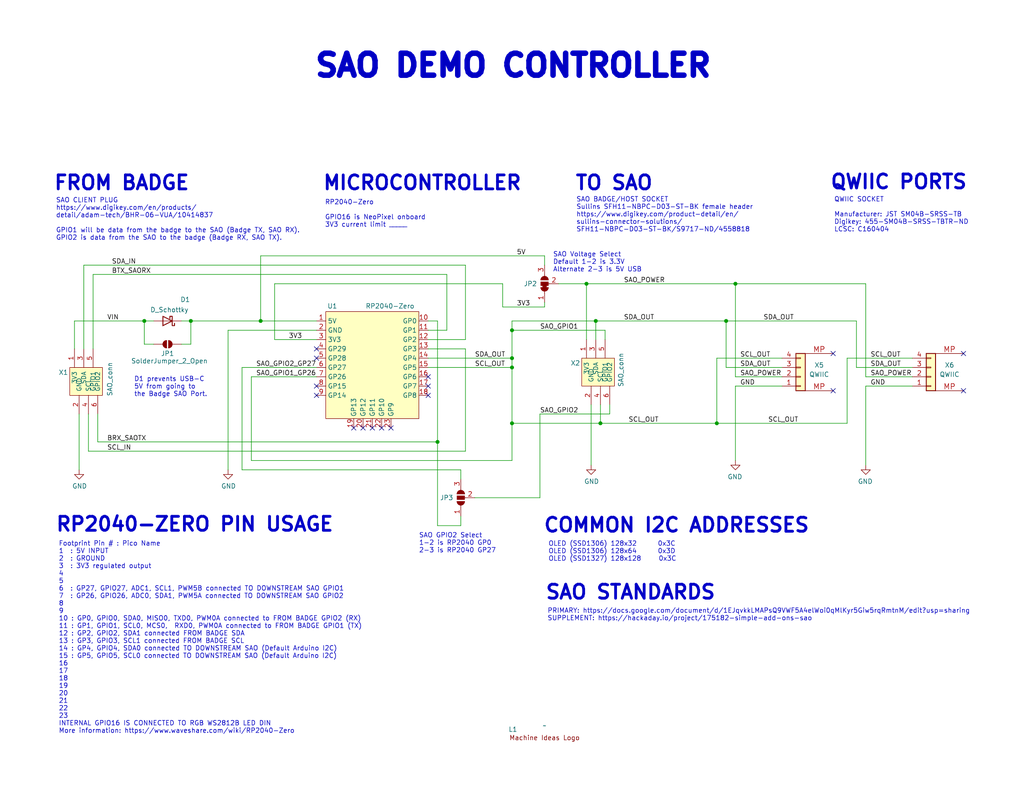
<source format=kicad_sch>
(kicad_sch (version 20231120) (generator "eeschema") (generator_version "8.0")
  (paper "A")
  (title_block (title "SAO Demo Controller") (date "2024-10-11") (rev "2.0") (company "Design by Andy Geppert @ www.MachineIdeas.com") (comment 4 "All non-polarized capacitors are X7R or X5R ceramic unless otherwise noted."))
  (lib_symbols
    (symbol "ANDY_SYMBOL_LIBRARY:GND" (power) (pin_names (offset 0))
      (property "Value" "GND" (at 3.937 -1.905 0))
      (symbol "GND_0_1"
        (polyline (pts (xy 0 0) (xy 0 -1.27) (xy 1.27 -1.27) (xy 0 -2.54) (xy -1.27 -1.27) (xy 0 -1.27)))
      )
      (symbol "GND_1_1"
        (pin power_in line (at 0 0 270) (length 0) hide (name "GND") (number "1"))
      )
    )
    (symbol "ANDY_SYMBOL_LIBRARY:Machine_Ideas_Logo"
      (property "Reference" "L" (at 0 0 0))
      (symbol "Machine_Ideas_Logo_1_1"
        (text "Machine Ideas Logo" (at 8.89 -2.032 0) (effects (font (size 1.27 1.27))))
      )
    )
    (symbol "ANDY_SYMBOL_LIBRARY:RP2040-Zero"
      (property "Reference" "U" (at 0 0 0))
      (property "Value" "RP2040-Zero" (at 0 8.89 0))
      (symbol "RP2040-Zero_0_1"
        (rectangle (start -12.7 7.62) (end 12.7 -21.59) (fill (type background)))
      )
      (symbol "RP2040-Zero_1_1"
        (pin power_in line (at -15.24 5.08 0) (length 2.54) (name "5V") (number "1"))
        (pin bidirectional line (at 15.24 5.08 180) (length 2.54) (name "GP0") (number "10"))
        (pin bidirectional line (at 15.24 2.54 180) (length 2.54) (name "GP1") (number "11"))
        (pin bidirectional line (at 15.24 0 180) (length 2.54) (name "GP2") (number "12"))
        (pin bidirectional line (at 15.24 -2.54 180) (length 2.54) (name "GP3") (number "13"))
        (pin bidirectional line (at 15.24 -5.08 180) (length 2.54) (name "GP4") (number "14"))
        (pin bidirectional line (at 15.24 -7.62 180) (length 2.54) (name "GP5") (number "15"))
        (pin bidirectional line (at 15.24 -10.16 180) (length 2.54) (name "GP6") (number "16"))
        (pin bidirectional line (at 15.24 -12.7 180) (length 2.54) (name "GP7") (number "17"))
        (pin bidirectional line (at 15.24 -15.24 180) (length 2.54) (name "GP8") (number "18"))
        (pin bidirectional line (at -5.08 -24.13 90) (length 2.54) (name "GP13") (number "19"))
        (pin power_in line (at -15.24 2.54 0) (length 2.54) (name "GND") (number "2"))
        (pin bidirectional line (at -2.54 -24.13 90) (length 2.54) (name "GP12") (number "20"))
        (pin bidirectional line (at 0 -24.13 90) (length 2.54) (name "GP11") (number "21"))
        (pin bidirectional line (at 2.54 -24.13 90) (length 2.54) (name "GP10") (number "22"))
        (pin bidirectional line (at 5.08 -24.13 90) (length 2.54) (name "GP9") (number "23"))
        (pin power_in line (at -15.24 0 0) (length 2.54) (name "3V3") (number "3"))
        (pin bidirectional line (at -15.24 -2.54 0) (length 2.54) (name "GP29") (number "4"))
        (pin bidirectional line (at -15.24 -5.08 0) (length 2.54) (name "GP28") (number "5"))
        (pin bidirectional line (at -15.24 -7.62 0) (length 2.54) (name "GP27") (number "6"))
        (pin bidirectional line (at -15.24 -10.16 0) (length 2.54) (name "GP26") (number "7"))
        (pin bidirectional line (at -15.24 -12.7 0) (length 2.54) (name "GP15") (number "8"))
        (pin bidirectional line (at -15.24 -15.24 0) (length 2.54) (name "GP14") (number "9"))
      )
    )
    (symbol "ANDY_SYMBOL_LIBRARY:SAO_conn_SFH11-NBPC-D03-ST-BK-badgelife_shitty_addon_v169bis" (pin_names (offset 1.016))
      (property "Reference" "X1" (at -8.1534 1.1938 0))
      (property "Value" "SAO_conn_SFH11-NBPC-D03-ST-BK" (at -10.6934 -18.9484 0))
      (symbol "SAO_conn_SFH11-NBPC-D03-ST-BK-badgelife_shitty_addon_v169bis_0_1"
        (rectangle (start -5.08 2.54) (end 3.81 -5.08) (fill (type background)))
      )
      (symbol "SAO_conn_SFH11-NBPC-D03-ST-BK-badgelife_shitty_addon_v169bis_1_1"
        (pin input line (at -3.81 7.62 270) (length 5.08) (name "3V3") (number "1"))
        (pin input line (at -2.54 -10.16 90) (length 5.08) (name "GND") (number "2"))
        (pin input line (at -1.27 7.62 270) (length 5.08) (name "SDA") (number "3"))
        (pin input line (at 0 -10.16 90) (length 5.08) (name "SCL") (number "4"))
        (pin input line (at 1.27 7.62 270) (length 5.08) (name "GPIO1") (number "5"))
        (pin input line (at 2.54 -10.16 90) (length 5.08) (name "GPIO2") (number "6"))
      )
    )
    (symbol "CORE_64_LIBRARY:Connector_QWIIC_4x1_MP" (pin_names (offset 1.016) hide)
      (property "Reference" "J" (at 0 5.08 0))
      (property "Value" "Connector_QWIIC_4x1_MP" (at 0 -7.62 0))
      (symbol "Connector_QWIIC_4x1_MP_1_1"
        (rectangle (start -1.27 -4.953) (end 0 -5.207) (stroke (width 0.1524)))
        (rectangle (start -1.27 -2.413) (end 0 -2.667) (stroke (width 0.1524)))
        (rectangle (start -1.27 0.127) (end 0 -0.127) (stroke (width 0.1524)))
        (rectangle (start -1.27 2.667) (end 0 2.413) (stroke (width 0.1524)))
        (rectangle (start -1.27 3.81) (end 1.27 -6.35) (stroke (width 0.254)) (fill (type background)))
        (pin passive line (at -5.08 2.54 0) (length 3.81) (name "Pin_1") (number "1"))
        (pin passive line (at -5.08 0 0) (length 3.81) (name "Pin_2") (number "2"))
        (pin passive line (at -5.08 -2.54 0) (length 3.81) (name "Pin_3") (number "3"))
        (pin passive line (at -5.08 -5.08 0) (length 3.81) (name "Pin_4") (number "4"))
        (pin free line (at 8.89 -6.35 180) (length 7.62) (name "MP") (number "MP"))
        (pin free line (at 8.89 3.81 180) (length 7.62) (name "MP") (number "MP"))
      )
    )
    (symbol "Device:D_Schottky" (pin_numbers hide) (pin_names (offset 1.016) hide)
      (property "Reference" "D" (at 0 2.54 0))
      (property "Value" "D_Schottky" (at 0 -2.54 0))
      (symbol "D_Schottky_0_1"
        (polyline (pts (xy 1.27 0) (xy -1.27 0)))
        (polyline (pts (xy 1.27 1.27) (xy 1.27 -1.27) (xy -1.27 0) (xy 1.27 1.27)) (stroke (width 0.254)))
        (polyline (pts (xy -1.905 0.635) (xy -1.905 1.27) (xy -1.27 1.27) (xy -1.27 -1.27) (xy -0.635 -1.27) (xy -0.635 -0.635)) (stroke (width 0.254)))
      )
      (symbol "D_Schottky_1_1"
        (pin passive line (at -3.81 0 0) (length 2.54) (name "K") (number "1"))
        (pin passive line (at 3.81 0 180) (length 2.54) (name "A") (number "2"))
      )
    )
    (symbol "Jumper:SolderJumper_2_Open" (pin_numbers hide) (pin_names (offset 0) hide) (exclude_from_sim yes) (in_bom no)
      (property "Reference" "JP" (at 0 2.032 0))
      (property "Value" "SolderJumper_2_Open" (at 0 -2.54 0))
      (symbol "SolderJumper_2_Open_0_1"
        (arc (start -0.254 1.016) (mid -1.2656 0) (end -0.254 -1.016))
        (arc (start -0.254 1.016) (mid -1.2656 0) (end -0.254 -1.016) (fill (type outline)))
        (polyline (pts (xy -0.254 1.016) (xy -0.254 -1.016)))
        (polyline (pts (xy 0.254 1.016) (xy 0.254 -1.016)))
        (arc (start 0.254 -1.016) (mid 1.2656 0) (end 0.254 1.016))
        (arc (start 0.254 -1.016) (mid 1.2656 0) (end 0.254 1.016) (fill (type outline)))
      )
      (symbol "SolderJumper_2_Open_1_1"
        (pin passive line (at -3.81 0 0) (length 2.54) (name "A") (number "1"))
        (pin passive line (at 3.81 0 180) (length 2.54) (name "B") (number "2"))
      )
    )
    (symbol "Jumper:SolderJumper_3_Bridged12" (pin_names (offset 0) hide) (exclude_from_sim yes) (in_bom no)
      (property "Reference" "JP" (at -2.54 -2.54 0))
      (property "Value" "SolderJumper_3_Bridged12" (at 0 2.794 0))
      (symbol "SolderJumper_3_Bridged12_0_1"
        (rectangle (start -1.016 0.508) (end -0.508 -0.508) (fill (type outline)))
        (arc (start -1.016 1.016) (mid -2.0276 0) (end -1.016 -1.016))
        (arc (start -1.016 1.016) (mid -2.0276 0) (end -1.016 -1.016) (fill (type outline)))
        (rectangle (start -0.508 1.016) (end 0.508 -1.016) (fill (type outline)))
        (polyline (pts (xy -2.54 0) (xy -2.032 0)))
        (polyline (pts (xy -1.016 1.016) (xy -1.016 -1.016)))
        (polyline (pts (xy 0 -1.27) (xy 0 -1.016)))
        (polyline (pts (xy 1.016 1.016) (xy 1.016 -1.016)))
        (polyline (pts (xy 2.54 0) (xy 2.032 0)))
        (arc (start 1.016 -1.016) (mid 2.0276 0) (end 1.016 1.016))
        (arc (start 1.016 -1.016) (mid 2.0276 0) (end 1.016 1.016) (fill (type outline)))
      )
      (symbol "SolderJumper_3_Bridged12_1_1"
        (pin passive line (at -5.08 0 0) (length 2.54) (name "A") (number "1"))
        (pin passive line (at 0 -3.81 90) (length 2.54) (name "C") (number "2"))
        (pin passive line (at 5.08 0 180) (length 2.54) (name "B") (number "3"))
      )
    )
    (symbol "Jumper:SolderJumper_3_Open" (pin_names (offset 0) hide) (exclude_from_sim yes) (in_bom no)
      (property "Reference" "JP" (at -2.54 -2.54 0))
      (property "Value" "SolderJumper_3_Open" (at 0 2.794 0))
      (symbol "SolderJumper_3_Open_0_1"
        (arc (start -1.016 1.016) (mid -2.0276 0) (end -1.016 -1.016))
        (arc (start -1.016 1.016) (mid -2.0276 0) (end -1.016 -1.016) (fill (type outline)))
        (rectangle (start -0.508 1.016) (end 0.508 -1.016) (fill (type outline)))
        (polyline (pts (xy -2.54 0) (xy -2.032 0)))
        (polyline (pts (xy -1.016 1.016) (xy -1.016 -1.016)))
        (polyline (pts (xy 0 -1.27) (xy 0 -1.016)))
        (polyline (pts (xy 1.016 1.016) (xy 1.016 -1.016)))
        (polyline (pts (xy 2.54 0) (xy 2.032 0)))
        (arc (start 1.016 -1.016) (mid 2.0276 0) (end 1.016 1.016))
        (arc (start 1.016 -1.016) (mid 2.0276 0) (end 1.016 1.016) (fill (type outline)))
      )
      (symbol "SolderJumper_3_Open_1_1"
        (pin passive line (at -5.08 0 0) (length 2.54) (name "A") (number "1"))
        (pin passive line (at 0 -3.81 90) (length 2.54) (name "C") (number "2"))
        (pin passive line (at 5.08 0 180) (length 2.54) (name "B") (number "3"))
      )
    )
    (symbol "power:GND" (power) (pin_names (offset 0))
      (property "Value" "GND" (at 0 -3.81 0))
      (symbol "GND_0_1"
        (polyline (pts (xy 0 0) (xy 0 -1.27) (xy 1.27 -1.27) (xy 0 -2.54) (xy -1.27 -1.27) (xy 0 -1.27)))
      )
      (symbol "GND_1_1"
        (pin power_in line (at 0 0 270) (length 0) hide (name "GND") (number "1"))
      )
    )
  )
  (bus_alias "CA_SHIFT_REGISTER_BUS" (members "CM_SR_CLK" "CM_SR_LAT" "CM_SR_~{OE}" "CM_SR_SER1"))
  (bus_alias "CM_TRANSISTOR_DRIVE_BUS" (members "CM_Q1N" "CM_Q1P" "CM_Q2N" "CM_Q2P" "CM_Q3N" "CM_Q3P" "CM_Q4N" "CM_Q4P" "CM_Q5N" "CM_Q5P" "CM_Q6N" "CM_Q6P" "CM_Q7N" "CM_Q7P" "CM_Q8N" "CM_Q8P" "CM_Q9N" "CM_Q9P" "CM_Q10N" "CM_Q10P" "CA_SR_GPO_A" "CA_SR_GPO_B" "CA_SR_GPO_C" "CA_SR_GPO_D"))
  (bus_alias "GPIO_CPS_BUS" (members "GPIO1_CP1_SAO1" "GPIO2_CP2_SAO2" "GPIO3_CP3_DC" "GPIO4_CP4_CS2" "GPIO5_CP5_HS1" "GPIO6_CP6_HS2" "GPIO7_CP7_HS3" "GPIO8_CP8_HS4"))
  (bus_alias "I2C_3V3_BUS" (members "I2C_3V3_SCL" "I2C_3V3_SDA"))
  (bus_alias "SPI_3V3_BUS" (members "SPI_CD" "SPI_RESET" "SPI_SDI" "SPI_CS1" "SPI_CLK" "SPI_SDO"))
  (junction (at 160.02 77.47))
  (junction (at 39.37 87.63))
  (junction (at 200.66 77.47))
  (junction (at 139.7 97.79))
  (junction (at 52.07 87.63))
  (junction (at 139.7 115.57))
  (junction (at 119.38 120.65))
  (junction (at 139.7 90.17))
  (junction (at 162.56 87.63))
  (junction (at 198.12 87.63))
  (junction (at 163.83 115.57))
  (junction (at 71.12 87.63))
  (junction (at 139.7 100.33))
  (junction (at 195.58 115.57))
  (no_connect (at 99.06 116.84))
  (no_connect (at 116.84 105.41))
  (no_connect (at 86.36 107.95))
  (no_connect (at 227.33 106.68))
  (no_connect (at 96.52 116.84))
  (no_connect (at 101.6 116.84))
  (no_connect (at 262.89 96.52))
  (no_connect (at 86.36 95.25))
  (no_connect (at 116.84 102.87))
  (no_connect (at 106.68 116.84))
  (no_connect (at 227.33 96.52))
  (no_connect (at 116.84 107.95))
  (no_connect (at 262.89 106.68))
  (no_connect (at 86.36 105.41))
  (no_connect (at 104.14 116.84))
  (no_connect (at 86.36 97.79))
  (wire (pts (xy 198.12 87.63) (xy 233.68 87.63)))
  (wire (pts (xy 26.67 120.65) (xy 26.67 113.03)))
  (wire (pts (xy 198.12 100.33) (xy 213.36 100.33)))
  (wire (pts (xy 163.83 115.57) (xy 163.83 110.49)))
  (wire (pts (xy 127 123.19) (xy 24.13 123.19)))
  (wire (pts (xy 39.37 93.98) (xy 41.91 93.98)))
  (wire (pts (xy 22.86 72.39) (xy 22.86 95.25)))
  (wire (pts (xy 231.14 97.79) (xy 248.92 97.79)))
  (wire (pts (xy 22.86 72.39) (xy 127 72.39)))
  (wire (pts (xy 52.07 93.98) (xy 52.07 87.63)))
  (wire (pts (xy 125.73 128.27) (xy 125.73 130.81)))
  (wire (pts (xy 137.16 77.47) (xy 137.16 83.82)))
  (wire (pts (xy 116.84 100.33) (xy 139.7 100.33)))
  (wire (pts (xy 139.7 115.57) (xy 163.83 115.57)))
  (wire (pts (xy 119.38 87.63) (xy 119.38 120.65)))
  (wire (pts (xy 231.14 97.79) (xy 231.14 115.57)))
  (wire (pts (xy 74.93 92.71) (xy 86.36 92.71)))
  (wire (pts (xy 71.12 69.85) (xy 148.59 69.85)))
  (wire (pts (xy 162.56 87.63) (xy 139.7 87.63)))
  (wire (pts (xy 68.58 125.73) (xy 68.58 102.87)))
  (wire (pts (xy 195.58 115.57) (xy 195.58 97.79)))
  (wire (pts (xy 200.66 77.47) (xy 200.66 102.87)))
  (wire (pts (xy 127 95.25) (xy 127 123.19)))
  (wire (pts (xy 52.07 87.63) (xy 71.12 87.63)))
  (wire (pts (xy 121.92 74.93) (xy 121.92 90.17)))
  (wire (pts (xy 236.22 102.87) (xy 236.22 77.47)))
  (wire (pts (xy 20.32 87.63) (xy 39.37 87.63)))
  (wire (pts (xy 198.12 87.63) (xy 198.12 100.33)))
  (wire (pts (xy 66.04 128.27) (xy 125.73 128.27)))
  (wire (pts (xy 71.12 87.63) (xy 86.36 87.63)))
  (wire (pts (xy 139.7 100.33) (xy 139.7 115.57)))
  (wire (pts (xy 49.53 87.63) (xy 52.07 87.63)))
  (wire (pts (xy 25.4 74.93) (xy 121.92 74.93)))
  (wire (pts (xy 162.56 87.63) (xy 198.12 87.63)))
  (wire (pts (xy 139.7 125.73) (xy 68.58 125.73)))
  (wire (pts (xy 200.66 77.47) (xy 236.22 77.47)))
  (wire (pts (xy 236.22 127) (xy 236.22 105.41)))
  (wire (pts (xy 148.59 69.85) (xy 148.59 72.39)))
  (wire (pts (xy 195.58 115.57) (xy 231.14 115.57)))
  (wire (pts (xy 125.73 143.51) (xy 119.38 143.51)))
  (wire (pts (xy 39.37 87.63) (xy 39.37 93.98)))
  (wire (pts (xy 160.02 77.47) (xy 160.02 92.71)))
  (wire (pts (xy 139.7 97.79) (xy 139.7 100.33)))
  (wire (pts (xy 137.16 83.82) (xy 148.59 83.82)))
  (wire (pts (xy 233.68 100.33) (xy 233.68 87.63)))
  (wire (pts (xy 163.83 115.57) (xy 195.58 115.57)))
  (wire (pts (xy 139.7 90.17) (xy 139.7 97.79)))
  (wire (pts (xy 62.23 90.17) (xy 86.36 90.17)))
  (wire (pts (xy 125.73 143.51) (xy 125.73 140.97)))
  (wire (pts (xy 233.68 100.33) (xy 248.92 100.33)))
  (wire (pts (xy 152.4 77.47) (xy 160.02 77.47)))
  (wire (pts (xy 74.93 92.71) (xy 74.93 77.47)))
  (wire (pts (xy 148.59 83.82) (xy 148.59 82.55)))
  (wire (pts (xy 21.59 128.27) (xy 21.59 113.03)))
  (wire (pts (xy 236.22 105.41) (xy 248.92 105.41)))
  (wire (pts (xy 74.93 77.47) (xy 137.16 77.47)))
  (wire (pts (xy 66.04 100.33) (xy 86.36 100.33)))
  (wire (pts (xy 139.7 90.17) (xy 165.1 90.17)))
  (wire (pts (xy 62.23 90.17) (xy 62.23 128.27)))
  (wire (pts (xy 49.53 93.98) (xy 52.07 93.98)))
  (wire (pts (xy 160.02 77.47) (xy 200.66 77.47)))
  (wire (pts (xy 71.12 69.85) (xy 71.12 87.63)))
  (wire (pts (xy 127 72.39) (xy 127 92.71)))
  (wire (pts (xy 25.4 95.25) (xy 25.4 74.93)))
  (wire (pts (xy 127 92.71) (xy 116.84 92.71)))
  (wire (pts (xy 116.84 95.25) (xy 127 95.25)))
  (wire (pts (xy 200.66 105.41) (xy 213.36 105.41)))
  (wire (pts (xy 161.29 127) (xy 161.29 110.49)))
  (wire (pts (xy 166.37 110.49) (xy 166.37 113.03)))
  (wire (pts (xy 147.32 113.03) (xy 147.32 135.89)))
  (wire (pts (xy 195.58 97.79) (xy 213.36 97.79)))
  (wire (pts (xy 129.54 135.89) (xy 147.32 135.89)))
  (wire (pts (xy 139.7 87.63) (xy 139.7 90.17)))
  (wire (pts (xy 116.84 87.63) (xy 119.38 87.63)))
  (wire (pts (xy 165.1 92.71) (xy 165.1 90.17)))
  (wire (pts (xy 236.22 102.87) (xy 248.92 102.87)))
  (wire (pts (xy 119.38 120.65) (xy 26.67 120.65)))
  (wire (pts (xy 20.32 87.63) (xy 20.32 95.25)))
  (wire (pts (xy 162.56 87.63) (xy 162.56 92.71)))
  (wire (pts (xy 166.37 113.03) (xy 147.32 113.03)))
  (wire (pts (xy 116.84 97.79) (xy 139.7 97.79)))
  (wire (pts (xy 116.84 90.17) (xy 121.92 90.17)))
  (wire (pts (xy 200.66 102.87) (xy 213.36 102.87)))
  (wire (pts (xy 24.13 113.03) (xy 24.13 123.19)))
  (wire (pts (xy 68.58 102.87) (xy 86.36 102.87)))
  (wire (pts (xy 139.7 115.57) (xy 139.7 125.73)))
  (wire (pts (xy 66.04 128.27) (xy 66.04 100.33)))
  (wire (pts (xy 119.38 143.51) (xy 119.38 120.65)))
  (wire (pts (xy 200.66 105.41) (xy 200.66 125.73)))
  (wire (pts (xy 39.37 87.63) (xy 41.91 87.63)))
  (text "SAO BADGE/HOST SOCKET\nSullins SFH11-NBPC-D03-ST-BK female header\nhttps://www.digikey.com/product-detail/en/\nsullins-connector-solutions/\nSFH11-NBPC-D03-ST-BK/S9717-ND/4558818" (at 157.226 63.5 0) (effects (font (size 1.27 1.27)) (justify left bottom)))
  (text "COMMON I2C ADDRESSES" (at 148.082 145.796 0) (effects (font (size 3.81 3.81) (thickness 0.762) (bold yes)) (justify left bottom)))
  (text "QWIIC SOCKET\n\nManufacturer: JST SM04B-SRSS-TB\nDigikey: 455-SM04B-SRSS-TBTR-ND\nLCSC: C160404" (at 227.584 63.5 0) (effects (font (size 1.27 1.27)) (justify left bottom)))
  (text "RP2040-Zero\n\nGPIO16 is NeoPixel onboard\n3V3 current limit _____" (at 88.646 62.23 0) (effects (font (size 1.27 1.27)) (justify left bottom)))
  (text "RP2040-ZERO PIN USAGE" (at 14.986 145.542 0) (effects (font (size 3.81 3.81) (thickness 0.762) (bold yes)) (justify left bottom)))
  (text "Footprint Pin # : Pico Name\n1  : 5V INPUT\n2  : GROUND\n3  : 3V3 regulated output\n4   \n5   \n6  : GP27, GPIO27, ADC1, SCL1, PWM5B connected TO DOWNSTREAM SAO GPIO1\n7  : GP26, GPIO26, ADC0, SDA1, PWM5A connected TO DOWNSTREAM SAO GPIO2\n8\n9\n10 : GP0, GPIO0, SDA0, MISO0, TXD0, PWM0A connected to FROM BADGE GPIO2 (RX)\n11 : GP1, GPIO1, SCL0, MCS0,  RXD0, PWM0A connected to FROM BADGE GPIO1 (TX)\n12 : GP2, GPIO2, SDA1 connected FROM BADGE SDA \n13 : GP3, GPIO3, SCL1 connected FROM BADGE SCL\n14 : GP4, GPIO4, SDA0 connected TO DOWNSTREAM SAO (Default Arduino I2C)\n15 : GP5, GPIO5, SCL0 connected TO DOWNSTREAM SAO (Default Arduino I2C)\n16\n17\n18\n19\n20\n21\n22\n23\nINTERNAL GPIO16 IS CONNECTED TO RGB WS2812B LED DIN\nMore information: https://www.waveshare.com/wiki/RP2040-Zero" (at 16.002 200.406 0) (effects (font (size 1.27 1.27)) (justify left bottom)))
  (text "SAO CLIENT PLUG\nhttps://www.digikey.com/en/products/\ndetail/adam-tech/BHR-06-VUA/10414837\n\nGPIO1 will be data from the badge to the SAO (Badge TX, SAO RX).\nGPIO2 is data from the SAO to the badge (Badge RX, SAO TX)." (at 15.24 65.786 0) (effects (font (size 1.27 1.27)) (justify left bottom)))
  (text "OLED (SSD1306) 128x32      0x3C\nOLED (SSD1306) 128x64      0x3D\nOLED (SSD1327) 128x128     0x3C" (at 149.606 153.416 0) (effects (font (size 1.27 1.27)) (justify left bottom)))
  (text "FROM BADGE" (at 14.478 52.324 0) (effects (font (size 3.81 3.81) (thickness 0.762) (bold yes)) (justify left bottom)))
  (text "SAO STANDARDS" (at 148.59 164.084 0) (effects (font (size 3.81 3.81) (thickness 0.762) (bold yes)) (justify left bottom)))
  (text "SAO Voltage Select\nDefault 1-2 is 3.3V\nAlternate 2-3 is 5V USB" (at 150.876 74.422 0) (effects (font (size 1.27 1.27)) (justify left bottom)))
  (text "PRIMARY: https://docs.google.com/document/d/1EJqvkkLMAPsQ9VWF5A4elWoi0qMlKyr5Giw5rqRmtnM/edit?usp=sharing\nSUPPLEMENT: https://hackaday.io/project/175182-simple-add-ons-sao\n" (at 149.352 169.672 0) (effects (font (size 1.27 1.27)) (justify left bottom)))
  (text "QWIIC PORTS" (at 226.314 52.07 0) (effects (font (size 3.81 3.81) (thickness 0.762) (bold yes)) (justify left bottom)))
  (text "TO SAO" (at 156.718 52.324 0) (effects (font (size 3.81 3.81) (thickness 0.762) (bold yes)) (justify left bottom)))
  (text "D1 prevents USB-C\n5V from going to \nthe Badge SAO Port." (at 36.576 108.458 0) (effects (font (size 1.27 1.27)) (justify left bottom)))
  (text "SAO GPIO2 Select\n1-2 is RP2040 GP0\n2-3 is RP2040 GP27" (at 114.3 151.13 0) (effects (font (size 1.27 1.27)) (justify left bottom)))
  (text "SAO DEMO CONTROLLER" (at 85.344 21.59 0) (effects (font (size 6 6) (thickness 1.6) (bold yes)) (justify left bottom)))
  (text "MICROCONTROLLER" (at 87.884 52.324 0) (effects (font (size 3.81 3.81) (thickness 0.762) (bold yes)) (justify left bottom)))
  (label "3V3" (at 140.97 83.82 0))
  (label "VIN" (at 29.21 87.63 0))
  (label "BTX_SAORX" (at 30.48 74.93 0))
  (label "SAO_GPIO1" (at 147.32 90.17 0))
  (label "BRX_SAOTX" (at 29.21 120.65 0))
  (label "SDA_OUT" (at 237.49 100.33 0))
  (label "SDA_OUT" (at 170.18 87.63 0))
  (label "SAO_POWER" (at 170.18 77.47 0))
  (label "SAO_GPIO2_GP27" (at 69.85 100.33 0))
  (label "5V" (at 140.97 69.85 0))
  (label "SAO_POWER" (at 201.93 102.87 0))
  (label "SCL_OUT" (at 129.54 100.33 0))
  (label "3V3" (at 78.74 92.71 0))
  (label "SCL_OUT" (at 201.93 97.79 0))
  (label "SDA_OUT" (at 201.93 100.33 0))
  (label "SDA_OUT" (at 129.54 97.79 0))
  (label "SAO_GPIO1_GP26" (at 69.85 102.87 0))
  (label "SDA_OUT" (at 208.28 87.63 0))
  (label "GND" (at 237.49 105.41 0))
  (label "SCL_OUT" (at 209.55 115.57 0))
  (label "GND" (at 201.93 105.41 0))
  (label "SCL_IN" (at 29.21 123.19 0))
  (label "SAO_POWER" (at 237.49 102.87 0))
  (label "SCL_OUT" (at 171.45 115.57 0))
  (label "SCL_OUT" (at 237.49 97.79 0))
  (label "SAO_GPIO2" (at 147.32 113.03 0))
  (label "SDA_IN" (at 30.48 72.39 0))
  (symbol (lib_id "ANDY_SYMBOL_LIBRARY:RP2040-Zero") (at 101.6 92.71 0) (unit 1)
    (property "Reference" "U1" (at 90.678 83.566 0))
    (property "Value" "RP2040-Zero" (at 106.426 83.566 0))
    (property "Footprint" "Andy_Footprint_Library:RP2040 Zero" (effects (hide yes)))
  )
  (symbol (lib_id "ANDY_SYMBOL_LIBRARY:SAO_conn_SFH11-NBPC-D03-ST-BK-badgelife_shitty_addon_v169bis") (at 24.13 102.87 0) (unit 1)
    (property "Reference" "X1" (at 15.9766 101.6762 0) (effects (justify left)))
    (property "Value" "SAO_conn" (at 29.972 108.204 90) (effects (justify left)))
    (property "Footprint" "Andy_Footprint_Library:Badgelife-SAOv169-BADGE-2x3-Edge-Connect-no-front-text" (effects (hide yes)))
    (property "Description" "CONN HDR 6POS KEYED SOCKET 0.1 T.H." (effects (hide yes)))
    (property "MPN" "SFH11-NBPC-D03-ST-BK" (effects (hide yes)))
    (property "Manufacturer_Name" "Sullins" (effects (hide yes)))
    (property "Insert?" "Yes" (effects (hide yes)))
    (property "Populate" "DNP" (effects (hide yes)))
    (property "User Optional" "yes" (effects (hide yes)))
  )
  (symbol (lib_id "ANDY_SYMBOL_LIBRARY:GND") (at 161.29 127 0) (unit 1)
    (property "Reference" "#PWR02" (effects (hide yes)))
    (property "Value" "GND" (at 161.417 131.445 0))
  )
  (symbol (lib_id "ANDY_SYMBOL_LIBRARY:Machine_Ideas_Logo") (at 139.7 199.39 0) (unit 1)
    (property "Reference" "L1" (at 139.954 199.136 0))
    (property "Value" "~" (at 148.59 198.12 0))
    (property "Footprint" "Andy_Footprint_Library:Machine_Ideas_logo" (effects (hide yes)))
  )
  (symbol (lib_id "ANDY_SYMBOL_LIBRARY:GND") (at 21.59 128.27 0) (unit 1)
    (property "Reference" "#PWR01" (effects (hide yes)))
    (property "Value" "GND" (at 21.717 132.715 0))
  )
  (symbol (lib_id "power:GND") (at 236.22 127 0) (mirror y) (unit 1)
    (property "Reference" "#PWR04" (effects (hide yes)))
    (property "Value" "GND" (at 236.093 131.445 0))
  )
  (symbol (lib_id "Jumper:SolderJumper_2_Open") (at 45.72 93.98 0) (unit 1) (exclude_from_sim yes) (in_bom no)
    (property "Reference" "JP1" (at 45.72 96.52 0))
    (property "Value" "SolderJumper_2_Open" (at 46.228 98.552 0))
    (property "Footprint" "Jumper:SolderJumper-2_P1.3mm_Open_RoundedPad1.0x1.5mm" (effects (hide yes)))
    (property "Description" "Solder Jumper, 2-pole, open" (effects (hide yes)))
  )
  (symbol (lib_id "CORE_64_LIBRARY:Connector_QWIIC_4x1_MP") (at 218.44 102.87 0) (mirror x) (unit 1)
    (property "Reference" "X5" (at 223.52 99.695 0))
    (property "Value" "QWIIC" (at 223.52 102.235 0))
    (property "Footprint" "Connector_JST:JST_SH_SM04B-SRSS-TB_1x04-1MP_P1.00mm_Horizontal" (effects (hide yes)))
    (property "Description" "JST_SH_SM04B-SRSS-TB_1x04" (effects (hide yes)))
    (property "LCSC" "C160404" (effects (hide yes)))
    (property "Insert" "YES" (effects (hide yes)))
    (property "Digi-Key_PN" "455-SM04B-SRSS-TBTR-ND" (effects (hide yes)))
    (property "MPN" "SM04B-SRSS-TB" (effects (hide yes)))
    (property "Manufacturer" "JST" (effects (hide yes)))
  )
  (symbol (lib_id "CORE_64_LIBRARY:Connector_QWIIC_4x1_MP") (at 254 102.87 0) (mirror x) (unit 1)
    (property "Reference" "X6" (at 259.08 99.695 0))
    (property "Value" "QWIIC" (at 259.08 102.235 0))
    (property "Footprint" "Connector_JST:JST_SH_SM04B-SRSS-TB_1x04-1MP_P1.00mm_Horizontal" (effects (hide yes)))
    (property "Description" "JST_SH_SM04B-SRSS-TB_1x04" (effects (hide yes)))
    (property "LCSC" "C160404" (effects (hide yes)))
    (property "Insert" "YES" (effects (hide yes)))
    (property "Digi-Key_PN" "455-SM04B-SRSS-TBTR-ND" (effects (hide yes)))
    (property "MPN" "SM04B-SRSS-TB" (effects (hide yes)))
    (property "Manufacturer" "JST" (effects (hide yes)))
  )
  (symbol (lib_id "Jumper:SolderJumper_3_Bridged12") (at 148.59 77.47 90) (unit 1) (exclude_from_sim yes) (in_bom no)
    (property "Reference" "JP2" (at 146.558 77.47 90) (effects (justify left)))
    (property "Value" "SolderJumper_3_Open" (effects (hide yes)))
    (property "Footprint" "Jumper:SolderJumper-3_P1.3mm_Bridged12_RoundedPad1.0x1.5mm_NumberLabels" (effects (hide yes)))
    (property "Description" "3-pole Solder Jumper, pins 1+2 closed/bridged" (effects (hide yes)))
    (property "Insert?" "No" (effects (hide yes)))
    (property "Populate" "DNP" (effects (hide yes)))
  )
  (symbol (lib_id "Jumper:SolderJumper_3_Open") (at 125.73 135.89 90) (unit 1) (exclude_from_sim yes) (in_bom no)
    (property "Reference" "JP3" (at 123.698 135.89 90) (effects (justify left)))
    (property "Value" "SolderJumper_3_Open" (effects (hide yes)))
    (property "Footprint" "Jumper:SolderJumper-3_P1.3mm_Open_RoundedPad1.0x1.5mm_NumberLabels" (effects (hide yes)))
    (property "Description" "Solder Jumper, 3-pole, open" (effects (hide yes)))
    (property "Insert?" "No" (effects (hide yes)))
    (property "Populate" "DNP" (effects (hide yes)))
  )
  (symbol (lib_id "ANDY_SYMBOL_LIBRARY:SAO_conn_SFH11-NBPC-D03-ST-BK-badgelife_shitty_addon_v169bis") (at 163.83 100.33 0) (unit 1)
    (property "Reference" "X2" (at 155.6766 99.1362 0) (effects (justify left)))
    (property "Value" "SAO_conn" (at 169.418 105.664 90) (effects (justify left)))
    (property "Footprint" "Andy_Footprint_Library:Badgelife-SAOv169-BADGE-2x3-no-front-text" (effects (hide yes)))
    (property "Description" "CONN HDR 6POS KEYED SOCKET 0.1 T.H." (effects (hide yes)))
    (property "MPN" "SFH11-NBPC-D03-ST-BK" (effects (hide yes)))
    (property "Manufacturer_Name" "Sullins" (effects (hide yes)))
    (property "Insert?" "Yes" (effects (hide yes)))
    (property "Populate" "DNP" (effects (hide yes)))
    (property "User Optional" "yes" (effects (hide yes)))
  )
  (symbol (lib_id "power:GND") (at 200.66 125.73 0) (mirror y) (unit 1)
    (property "Reference" "#PWR03" (effects (hide yes)))
    (property "Value" "GND" (at 200.533 130.175 0))
  )
  (symbol (lib_id "Device:D_Schottky") (at 45.72 87.63 180) (unit 1)
    (property "Reference" "D1" (at 50.546 81.788 0))
    (property "Value" "D_Schottky" (at 46.228 84.582 0))
    (property "Footprint" "Diode_SMD:D_0805_2012Metric" (effects (hide yes)))
    (property "Description" "Schottky diode" (effects (hide yes)))
  )
  (symbol (lib_id "ANDY_SYMBOL_LIBRARY:GND") (at 62.23 128.27 0) (unit 1)
    (property "Reference" "#PWR05" (effects (hide yes)))
    (property "Value" "GND" (at 62.357 132.715 0))
  )
)
</source>
